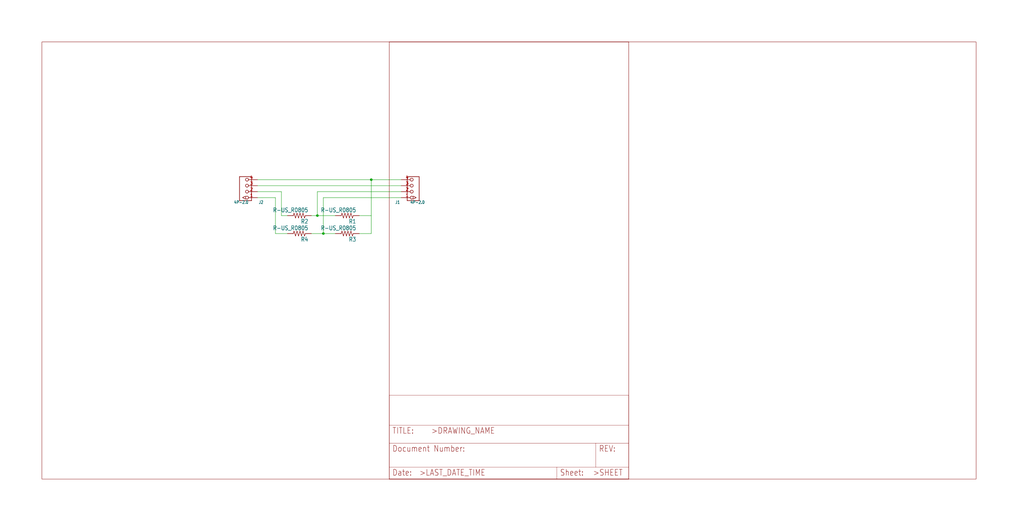
<source format=kicad_sch>
(kicad_sch (version 20211123) (generator eeschema)
  (paper "User" 434.34 223.571)
  (lib_symbols
    (symbol "weaver_grovestep-eagle-import:GROVE-CONNECTOR-DIP(4P-2.0)"
      (property "Reference" "J" (at -6.35 6.35 0))
      (property "Value" "GROVE-CONNECTOR-DIP(4P-2.0)" (at 0 6.35 0))
      (symbol "GROVE-CONNECTOR-DIP(4P-2.0)_1_0"
        (polyline (pts (xy -1.27 -3.81) (xy -1.27 6.35)) (stroke (width 0.254)))
        (polyline (pts (xy -1.27 6.35) (xy 3.81 6.35)) (stroke (width 0.254)))
        (polyline (pts (xy 3.81 -3.81) (xy -1.27 -3.81)) (stroke (width 0.254)))
        (polyline (pts (xy 3.81 6.35) (xy 3.81 -3.81)) (stroke (width 0.254)))
        (pin bidirectional inverted_clock (at -3.81 5.08 0) (length 5.08) (name "1") (number "1"))
        (pin bidirectional inverted (at -3.81 2.54 0) (length 5.08) (name "2") (number "2"))
        (pin bidirectional inverted (at -3.81 0 0) (length 5.08) (name "3") (number "3"))
        (pin bidirectional inverted (at -3.81 -2.54 0) (length 5.08) (name "4") (number "4"))
      )
    )
    (symbol "weaver_grovestep-eagle-import:LETTER_L"
      (symbol "LETTER_L_0_0"
        (polyline (pts (xy 0 0) (xy 248.92 0) (xy 248.92 185.42) (xy 0 185.42) (xy 0 0)))
      )
      (symbol "LETTER_L_2_0"
        (polyline (pts (xy 0 0) (xy 0 5.08)) (stroke (width 0.1016)))
        (polyline (pts (xy 0 0) (xy 71.12 0)) (stroke (width 0.1016)))
        (polyline (pts (xy 0 5.08) (xy 0 15.24)) (stroke (width 0.1016)))
        (polyline (pts (xy 0 5.08) (xy 71.12 5.08)) (stroke (width 0.1016)))
        (polyline (pts (xy 0 15.24) (xy 0 22.86)) (stroke (width 0.1016)))
        (polyline (pts (xy 0 22.86) (xy 0 35.56)) (stroke (width 0.1016)))
        (polyline (pts (xy 0 22.86) (xy 101.6 22.86)) (stroke (width 0.1016)))
        (polyline (pts (xy 71.12 0) (xy 101.6 0)) (stroke (width 0.1016)))
        (polyline (pts (xy 71.12 5.08) (xy 71.12 0)) (stroke (width 0.1016)))
        (polyline (pts (xy 71.12 5.08) (xy 87.63 5.08)) (stroke (width 0.1016)))
        (polyline (pts (xy 87.63 5.08) (xy 101.6 5.08)) (stroke (width 0.1016)))
        (polyline (pts (xy 87.63 15.24) (xy 0 15.24)) (stroke (width 0.1016)))
        (polyline (pts (xy 87.63 15.24) (xy 87.63 5.08)) (stroke (width 0.1016)))
        (polyline (pts (xy 101.6 5.08) (xy 101.6 0)) (stroke (width 0.1016)))
        (polyline (pts (xy 101.6 15.24) (xy 87.63 15.24)) (stroke (width 0.1016)))
        (polyline (pts (xy 101.6 15.24) (xy 101.6 5.08)) (stroke (width 0.1016)))
        (polyline (pts (xy 101.6 22.86) (xy 101.6 15.24)) (stroke (width 0.1016)))
        (polyline (pts (xy 101.6 35.56) (xy 0 35.56)) (stroke (width 0.1016)))
        (polyline (pts (xy 101.6 35.56) (xy 101.6 22.86)) (stroke (width 0.1016)))
        (text ">DRAWING_NAME" (at 17.78 19.05 0) (effects (font (size 2.54 2.159)) (justify left bottom)))
        (text ">LAST_DATE_TIME" (at 12.7 1.27 0) (effects (font (size 2.54 2.159)) (justify left bottom)))
        (text ">SHEET" (at 86.36 1.27 0) (effects (font (size 2.54 2.159)) (justify left bottom)))
        (text "Date:" (at 1.27 1.27 0) (effects (font (size 2.54 2.159)) (justify left bottom)))
        (text "Document Number:" (at 1.27 11.43 0) (effects (font (size 2.54 2.159)) (justify left bottom)))
        (text "REV:" (at 88.9 11.43 0) (effects (font (size 2.54 2.159)) (justify left bottom)))
        (text "Sheet:" (at 72.39 1.27 0) (effects (font (size 2.54 2.159)) (justify left bottom)))
        (text "TITLE:" (at 1.27 19.05 0) (effects (font (size 2.54 2.159)) (justify left bottom)))
      )
    )
    (symbol "weaver_grovestep-eagle-import:R-US_R0805"
      (property "Reference" "R" (at -3.81 1.4986 0))
      (property "Value" "R-US_R0805" (at -3.81 -3.302 0))
      (symbol "R-US_R0805_1_0"
        (polyline (pts (xy -2.54 0) (xy -2.159 1.016)) (stroke (width 0.2032)))
        (polyline (pts (xy -2.159 1.016) (xy -1.524 -1.016)) (stroke (width 0.2032)))
        (polyline (pts (xy -1.524 -1.016) (xy -0.889 1.016)) (stroke (width 0.2032)))
        (polyline (pts (xy -0.889 1.016) (xy -0.254 -1.016)) (stroke (width 0.2032)))
        (polyline (pts (xy -0.254 -1.016) (xy 0.381 1.016)) (stroke (width 0.2032)))
        (polyline (pts (xy 0.381 1.016) (xy 1.016 -1.016)) (stroke (width 0.2032)))
        (polyline (pts (xy 1.016 -1.016) (xy 1.651 1.016)) (stroke (width 0.2032)))
        (polyline (pts (xy 1.651 1.016) (xy 2.286 -1.016)) (stroke (width 0.2032)))
        (polyline (pts (xy 2.286 -1.016) (xy 2.54 0)) (stroke (width 0.2032)))
        (pin passive line (at -5.08 0 0) (length 2.54) (name "1") (number "1"))
        (pin passive line (at 5.08 0 180) (length 2.54) (name "2") (number "2"))
      )
    )
  )
  (junction (at 157.48 76.2))
  (junction (at 137.16 99.06))
  (junction (at 134.62 91.44))
  (wire (pts (xy 152.4 91.44) (xy 157.48 91.44)))
  (wire (pts (xy 152.4 99.06) (xy 157.48 99.06)))
  (wire (pts (xy 137.16 83.82) (xy 137.16 99.06)))
  (wire (pts (xy 170.18 81.28) (xy 134.62 81.28)))
  (wire (pts (xy 119.38 91.44) (xy 121.92 91.44)))
  (wire (pts (xy 134.62 91.44) (xy 142.24 91.44)))
  (wire (pts (xy 170.18 83.82) (xy 137.16 83.82)))
  (wire (pts (xy 170.18 78.74) (xy 109.22 78.74)))
  (wire (pts (xy 157.48 76.2) (xy 109.22 76.2)))
  (wire (pts (xy 132.08 91.44) (xy 134.62 91.44)))
  (wire (pts (xy 137.16 99.06) (xy 142.24 99.06)))
  (wire (pts (xy 157.48 99.06) (xy 157.48 91.44)))
  (wire (pts (xy 134.62 81.28) (xy 134.62 91.44)))
  (wire (pts (xy 119.38 81.28) (xy 119.38 91.44)))
  (wire (pts (xy 109.22 83.82) (xy 116.84 83.82)))
  (wire (pts (xy 157.48 91.44) (xy 157.48 76.2)))
  (wire (pts (xy 170.18 76.2) (xy 157.48 76.2)))
  (wire (pts (xy 121.92 99.06) (xy 116.84 99.06)))
  (wire (pts (xy 109.22 81.28) (xy 119.38 81.28)))
  (wire (pts (xy 116.84 99.06) (xy 116.84 83.82)))
  (wire (pts (xy 132.08 99.06) (xy 137.16 99.06)))
  (symbol (lib_id "weaver_grovestep-eagle-import:LETTER_L") (at 165.1 203.2 0) (unit 2)
    (property "Reference" "#FRAME1" (effects hide))
    (property "Value" "LETTER_L" (effects hide))
    (property "Footprint" "weaver_grovestep:" (effects hide))
  )
  (symbol (lib_id "weaver_grovestep-eagle-import:GROVE-CONNECTOR-DIP(4P-2.0)") (at 173.99 78.74 0) (mirror x) (unit 1)
    (property "Reference" "J1" (at 167.64 85.09 0) (effects (font (size 1.27 1.0795)) (justify left bottom)))
    (property "Value" "4P-2.0" (at 173.99 85.09 0) (effects (font (size 1.27 1.0795)) (justify left bottom)))
    (property "Footprint" "weaver_grovestep:HW4-2.0" (effects hide))
  )
  (symbol (lib_id "weaver_grovestep-eagle-import:R-US_R0805") (at 127 91.44 180) (unit 1)
    (property "Reference" "R2" (at 130.81 92.9386 0) (effects (font (size 1.778 1.5113)) (justify left bottom)))
    (property "Value" "R-US_R0805" (at 130.81 88.138 0) (effects (font (size 1.778 1.5113)) (justify left bottom)))
    (property "Footprint" "weaver_grovestep:R0805" (effects hide))
  )
  (symbol (lib_id "weaver_grovestep-eagle-import:GROVE-CONNECTOR-DIP(4P-2.0)") (at 105.41 78.74 180) (unit 1)
    (property "Reference" "J2" (at 111.76 85.09 0) (effects (font (size 1.27 1.0795)) (justify left bottom)))
    (property "Value" "4P-2.0" (at 105.41 85.09 0) (effects (font (size 1.27 1.0795)) (justify left bottom)))
    (property "Footprint" "weaver_grovestep:HW4-2.0" (effects hide))
  )
  (symbol (lib_id "weaver_grovestep-eagle-import:LETTER_L") (at 17.78 203.2 0) (unit 1)
    (property "Reference" "#FRAME1" (effects hide))
    (property "Value" "LETTER_L" (effects hide))
    (property "Footprint" "weaver_grovestep:" (effects hide))
  )
  (symbol (lib_id "weaver_grovestep-eagle-import:R-US_R0805") (at 147.32 99.06 180) (unit 1)
    (property "Reference" "R3" (at 151.13 100.5586 0) (effects (font (size 1.778 1.5113)) (justify left bottom)))
    (property "Value" "R-US_R0805" (at 151.13 95.758 0) (effects (font (size 1.778 1.5113)) (justify left bottom)))
    (property "Footprint" "weaver_grovestep:R0805" (effects hide))
  )
  (symbol (lib_id "weaver_grovestep-eagle-import:R-US_R0805") (at 147.32 91.44 180) (unit 1)
    (property "Reference" "R1" (at 151.13 92.9386 0) (effects (font (size 1.778 1.5113)) (justify left bottom)))
    (property "Value" "R-US_R0805" (at 151.13 88.138 0) (effects (font (size 1.778 1.5113)) (justify left bottom)))
    (property "Footprint" "weaver_grovestep:R0805" (effects hide))
  )
  (symbol (lib_id "weaver_grovestep-eagle-import:R-US_R0805") (at 127 99.06 180) (unit 1)
    (property "Reference" "R4" (at 130.81 100.5586 0) (effects (font (size 1.778 1.5113)) (justify left bottom)))
    (property "Value" "R-US_R0805" (at 130.81 95.758 0) (effects (font (size 1.778 1.5113)) (justify left bottom)))
    (property "Footprint" "weaver_grovestep:R0805" (effects hide))
  )
)
</source>
